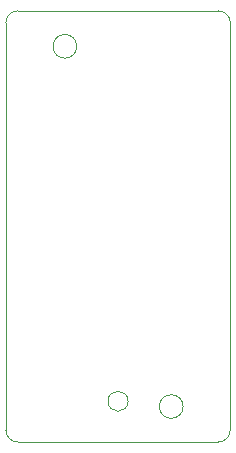
<source format=gbr>
%TF.GenerationSoftware,KiCad,Pcbnew,8.0.4-unknown-202407232306~396e531e7c~ubuntu22.04.1*%
%TF.CreationDate,2024-09-04T14:28:47+01:00*%
%TF.ProjectId,CONTROLLER_teensy4,434f4e54-524f-44c4-9c45-525f7465656e,rev?*%
%TF.SameCoordinates,Original*%
%TF.FileFunction,Profile,NP*%
%FSLAX46Y46*%
G04 Gerber Fmt 4.6, Leading zero omitted, Abs format (unit mm)*
G04 Created by KiCad (PCBNEW 8.0.4-unknown-202407232306~396e531e7c~ubuntu22.04.1) date 2024-09-04 14:28:47*
%MOMM*%
%LPD*%
G01*
G04 APERTURE LIST*
%TA.AperFunction,Profile*%
%ADD10C,0.038100*%
%TD*%
%TA.AperFunction,Profile*%
%ADD11C,0.100000*%
%TD*%
G04 APERTURE END LIST*
D10*
X96500000Y-69000000D02*
G75*
G02*
X94500000Y-69000000I-1000000J0D01*
G01*
X94500000Y-69000000D02*
G75*
G02*
X96500000Y-69000000I1000000J0D01*
G01*
X90500000Y-67000000D02*
X90500000Y-101500000D01*
X90500000Y-67000000D02*
G75*
G02*
X91500000Y-66000000I1000000J0D01*
G01*
X105500000Y-99500000D02*
G75*
G02*
X103500000Y-99500000I-1000000J0D01*
G01*
X103500000Y-99500000D02*
G75*
G02*
X105500000Y-99500000I1000000J0D01*
G01*
X109500000Y-101500000D02*
X109500000Y-67000000D01*
X109500000Y-101500000D02*
G75*
G02*
X108500000Y-102500000I-1000000J0D01*
G01*
X108500000Y-66000000D02*
X91500000Y-66000000D01*
X91500000Y-102500000D02*
X108500000Y-102500000D01*
X108500000Y-66000000D02*
G75*
G02*
X109500000Y-67000000I0J-1000000D01*
G01*
X91500000Y-102500000D02*
G75*
G02*
X90500000Y-101500000I0J1000000D01*
G01*
D11*
%TO.C,J5*%
X100850000Y-99045000D02*
G75*
G02*
X99150000Y-99045000I-850000J0D01*
G01*
X99150000Y-99045000D02*
G75*
G02*
X100850000Y-99045000I850000J0D01*
G01*
%TD*%
M02*

</source>
